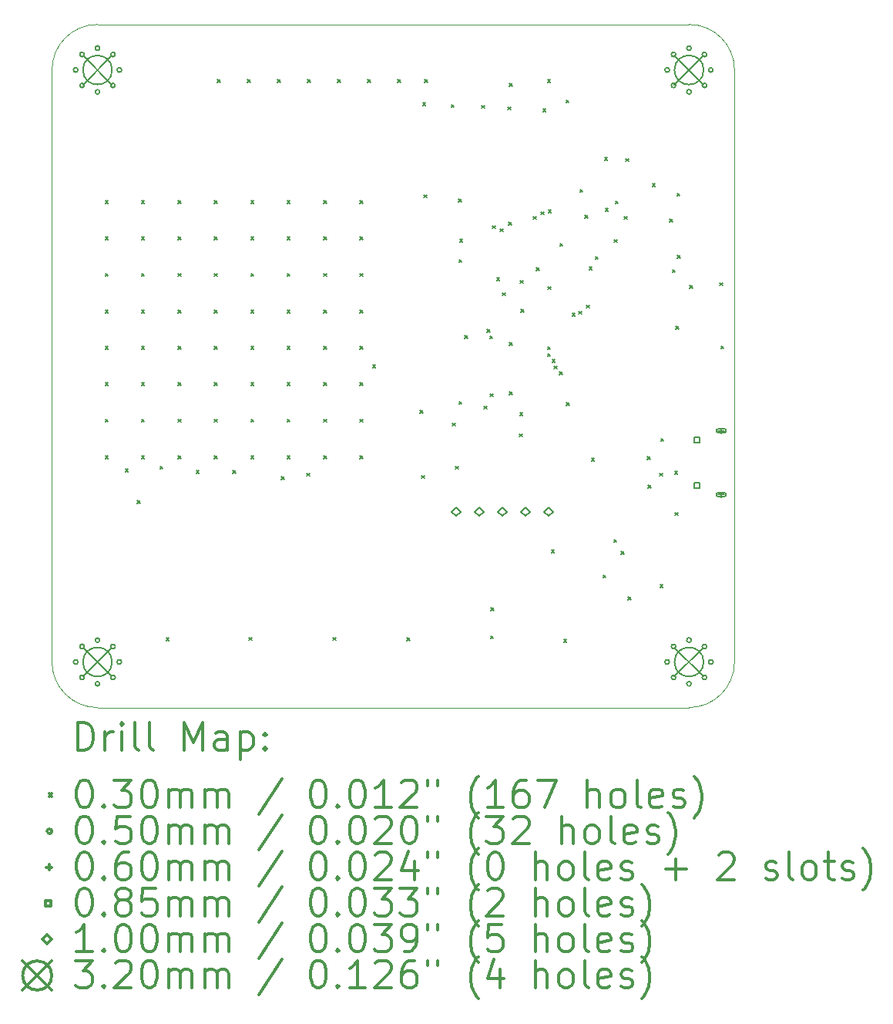
<source format=gbr>
%FSLAX45Y45*%
G04 Gerber Fmt 4.5, Leading zero omitted, Abs format (unit mm)*
G04 Created by KiCad (PCBNEW (5.1.4)-1) date 2020-03-13 16:18:48*
%MOMM*%
%LPD*%
G04 APERTURE LIST*
%ADD10C,0.050000*%
%ADD11C,0.200000*%
%ADD12C,0.300000*%
G04 APERTURE END LIST*
D10*
X10000000Y-10000000D02*
X3500000Y-10000000D01*
X3000000Y-3000000D02*
X3000000Y-9500000D01*
X10000000Y-2500000D02*
X3500000Y-2500000D01*
X10500000Y-9500000D02*
X10500000Y-3000000D01*
X3500000Y-10000000D02*
G75*
G02X3000000Y-9500000I0J500000D01*
G01*
X10500000Y-9500000D02*
G75*
G02X10000000Y-10000000I-500000J0D01*
G01*
X10000000Y-2500000D02*
G75*
G02X10500000Y-3000000I0J-500000D01*
G01*
X3000000Y-3000000D02*
G75*
G02X3500000Y-2500000I500000J0D01*
G01*
D11*
X3584887Y-4434887D02*
X3615113Y-4465113D01*
X3615113Y-4434887D02*
X3584887Y-4465113D01*
X3584887Y-4834887D02*
X3615113Y-4865113D01*
X3615113Y-4834887D02*
X3584887Y-4865113D01*
X3584887Y-5234887D02*
X3615113Y-5265113D01*
X3615113Y-5234887D02*
X3584887Y-5265113D01*
X3584887Y-5634887D02*
X3615113Y-5665113D01*
X3615113Y-5634887D02*
X3584887Y-5665113D01*
X3584887Y-6034887D02*
X3615113Y-6065113D01*
X3615113Y-6034887D02*
X3584887Y-6065113D01*
X3584887Y-6434887D02*
X3615113Y-6465113D01*
X3615113Y-6434887D02*
X3584887Y-6465113D01*
X3584887Y-6834887D02*
X3615113Y-6865113D01*
X3615113Y-6834887D02*
X3584887Y-6865113D01*
X3584887Y-7234887D02*
X3615113Y-7265113D01*
X3615113Y-7234887D02*
X3584887Y-7265113D01*
X3804887Y-7382387D02*
X3835113Y-7412613D01*
X3835113Y-7382387D02*
X3804887Y-7412613D01*
X3939887Y-7729887D02*
X3970113Y-7760113D01*
X3970113Y-7729887D02*
X3939887Y-7760113D01*
X3984887Y-4434887D02*
X4015113Y-4465113D01*
X4015113Y-4434887D02*
X3984887Y-4465113D01*
X3984887Y-4834887D02*
X4015113Y-4865113D01*
X4015113Y-4834887D02*
X3984887Y-4865113D01*
X3984887Y-5234887D02*
X4015113Y-5265113D01*
X4015113Y-5234887D02*
X3984887Y-5265113D01*
X3984887Y-5634887D02*
X4015113Y-5665113D01*
X4015113Y-5634887D02*
X3984887Y-5665113D01*
X3984887Y-6034887D02*
X4015113Y-6065113D01*
X4015113Y-6034887D02*
X3984887Y-6065113D01*
X3984887Y-6434887D02*
X4015113Y-6465113D01*
X4015113Y-6434887D02*
X3984887Y-6465113D01*
X3984887Y-6834887D02*
X4015113Y-6865113D01*
X4015113Y-6834887D02*
X3984887Y-6865113D01*
X3984887Y-7234887D02*
X4015113Y-7265113D01*
X4015113Y-7234887D02*
X3984887Y-7265113D01*
X4187387Y-7352387D02*
X4217613Y-7382613D01*
X4217613Y-7352387D02*
X4187387Y-7382613D01*
X4254887Y-9234887D02*
X4285113Y-9265113D01*
X4285113Y-9234887D02*
X4254887Y-9265113D01*
X4384887Y-4434887D02*
X4415113Y-4465113D01*
X4415113Y-4434887D02*
X4384887Y-4465113D01*
X4384887Y-4834887D02*
X4415113Y-4865113D01*
X4415113Y-4834887D02*
X4384887Y-4865113D01*
X4384887Y-5234887D02*
X4415113Y-5265113D01*
X4415113Y-5234887D02*
X4384887Y-5265113D01*
X4384887Y-5634887D02*
X4415113Y-5665113D01*
X4415113Y-5634887D02*
X4384887Y-5665113D01*
X4384887Y-6034887D02*
X4415113Y-6065113D01*
X4415113Y-6034887D02*
X4384887Y-6065113D01*
X4384887Y-6434887D02*
X4415113Y-6465113D01*
X4415113Y-6434887D02*
X4384887Y-6465113D01*
X4384887Y-6834887D02*
X4415113Y-6865113D01*
X4415113Y-6834887D02*
X4384887Y-6865113D01*
X4384887Y-7234887D02*
X4415113Y-7265113D01*
X4415113Y-7234887D02*
X4384887Y-7265113D01*
X4584887Y-7397387D02*
X4615113Y-7427613D01*
X4615113Y-7397387D02*
X4584887Y-7427613D01*
X4784887Y-4434887D02*
X4815113Y-4465113D01*
X4815113Y-4434887D02*
X4784887Y-4465113D01*
X4784887Y-4834887D02*
X4815113Y-4865113D01*
X4815113Y-4834887D02*
X4784887Y-4865113D01*
X4784887Y-5234887D02*
X4815113Y-5265113D01*
X4815113Y-5234887D02*
X4784887Y-5265113D01*
X4784887Y-5634887D02*
X4815113Y-5665113D01*
X4815113Y-5634887D02*
X4784887Y-5665113D01*
X4784887Y-6034887D02*
X4815113Y-6065113D01*
X4815113Y-6034887D02*
X4784887Y-6065113D01*
X4784887Y-6434887D02*
X4815113Y-6465113D01*
X4815113Y-6434887D02*
X4784887Y-6465113D01*
X4784887Y-6834887D02*
X4815113Y-6865113D01*
X4815113Y-6834887D02*
X4784887Y-6865113D01*
X4784887Y-7234887D02*
X4815113Y-7265113D01*
X4815113Y-7234887D02*
X4784887Y-7265113D01*
X4817176Y-3105598D02*
X4847402Y-3135824D01*
X4847402Y-3105598D02*
X4817176Y-3135824D01*
X4987387Y-7397387D02*
X5017613Y-7427613D01*
X5017613Y-7397387D02*
X4987387Y-7427613D01*
X5147176Y-3105598D02*
X5177402Y-3135824D01*
X5177402Y-3105598D02*
X5147176Y-3135824D01*
X5164887Y-9229887D02*
X5195113Y-9260113D01*
X5195113Y-9229887D02*
X5164887Y-9260113D01*
X5184887Y-4434887D02*
X5215113Y-4465113D01*
X5215113Y-4434887D02*
X5184887Y-4465113D01*
X5184887Y-4834887D02*
X5215113Y-4865113D01*
X5215113Y-4834887D02*
X5184887Y-4865113D01*
X5184887Y-5234887D02*
X5215113Y-5265113D01*
X5215113Y-5234887D02*
X5184887Y-5265113D01*
X5184887Y-5634887D02*
X5215113Y-5665113D01*
X5215113Y-5634887D02*
X5184887Y-5665113D01*
X5184887Y-6034887D02*
X5215113Y-6065113D01*
X5215113Y-6034887D02*
X5184887Y-6065113D01*
X5184887Y-6434887D02*
X5215113Y-6465113D01*
X5215113Y-6434887D02*
X5184887Y-6465113D01*
X5184887Y-6834887D02*
X5215113Y-6865113D01*
X5215113Y-6834887D02*
X5184887Y-6865113D01*
X5184887Y-7234887D02*
X5215113Y-7265113D01*
X5215113Y-7234887D02*
X5184887Y-7265113D01*
X5477176Y-3105598D02*
X5507402Y-3135824D01*
X5507402Y-3105598D02*
X5477176Y-3135824D01*
X5519887Y-7464887D02*
X5550113Y-7495113D01*
X5550113Y-7464887D02*
X5519887Y-7495113D01*
X5584887Y-4434887D02*
X5615113Y-4465113D01*
X5615113Y-4434887D02*
X5584887Y-4465113D01*
X5584887Y-4834887D02*
X5615113Y-4865113D01*
X5615113Y-4834887D02*
X5584887Y-4865113D01*
X5584887Y-5234887D02*
X5615113Y-5265113D01*
X5615113Y-5234887D02*
X5584887Y-5265113D01*
X5584887Y-5634887D02*
X5615113Y-5665113D01*
X5615113Y-5634887D02*
X5584887Y-5665113D01*
X5584887Y-6034887D02*
X5615113Y-6065113D01*
X5615113Y-6034887D02*
X5584887Y-6065113D01*
X5584887Y-6434887D02*
X5615113Y-6465113D01*
X5615113Y-6434887D02*
X5584887Y-6465113D01*
X5584887Y-6834887D02*
X5615113Y-6865113D01*
X5615113Y-6834887D02*
X5584887Y-6865113D01*
X5584887Y-7234887D02*
X5615113Y-7265113D01*
X5615113Y-7234887D02*
X5584887Y-7265113D01*
X5799887Y-7427387D02*
X5830113Y-7457613D01*
X5830113Y-7427387D02*
X5799887Y-7457613D01*
X5807176Y-3105598D02*
X5837402Y-3135824D01*
X5837402Y-3105598D02*
X5807176Y-3135824D01*
X5984887Y-4434887D02*
X6015113Y-4465113D01*
X6015113Y-4434887D02*
X5984887Y-4465113D01*
X5984887Y-4834887D02*
X6015113Y-4865113D01*
X6015113Y-4834887D02*
X5984887Y-4865113D01*
X5984887Y-5234887D02*
X6015113Y-5265113D01*
X6015113Y-5234887D02*
X5984887Y-5265113D01*
X5984887Y-5634887D02*
X6015113Y-5665113D01*
X6015113Y-5634887D02*
X5984887Y-5665113D01*
X5984887Y-6034887D02*
X6015113Y-6065113D01*
X6015113Y-6034887D02*
X5984887Y-6065113D01*
X5984887Y-6434887D02*
X6015113Y-6465113D01*
X6015113Y-6434887D02*
X5984887Y-6465113D01*
X5984887Y-6834887D02*
X6015113Y-6865113D01*
X6015113Y-6834887D02*
X5984887Y-6865113D01*
X5984887Y-7234887D02*
X6015113Y-7265113D01*
X6015113Y-7234887D02*
X5984887Y-7265113D01*
X6089887Y-9232387D02*
X6120113Y-9262613D01*
X6120113Y-9232387D02*
X6089887Y-9262613D01*
X6137176Y-3105598D02*
X6167402Y-3135824D01*
X6167402Y-3105598D02*
X6137176Y-3135824D01*
X6384887Y-4434887D02*
X6415113Y-4465113D01*
X6415113Y-4434887D02*
X6384887Y-4465113D01*
X6384887Y-4834887D02*
X6415113Y-4865113D01*
X6415113Y-4834887D02*
X6384887Y-4865113D01*
X6384887Y-5234887D02*
X6415113Y-5265113D01*
X6415113Y-5234887D02*
X6384887Y-5265113D01*
X6384887Y-5634887D02*
X6415113Y-5665113D01*
X6415113Y-5634887D02*
X6384887Y-5665113D01*
X6384887Y-6034887D02*
X6415113Y-6065113D01*
X6415113Y-6034887D02*
X6384887Y-6065113D01*
X6384887Y-6434887D02*
X6415113Y-6465113D01*
X6415113Y-6434887D02*
X6384887Y-6465113D01*
X6384887Y-6834887D02*
X6415113Y-6865113D01*
X6415113Y-6834887D02*
X6384887Y-6865113D01*
X6384887Y-7234887D02*
X6415113Y-7265113D01*
X6415113Y-7234887D02*
X6384887Y-7265113D01*
X6467176Y-3105598D02*
X6497402Y-3135824D01*
X6497402Y-3105598D02*
X6467176Y-3135824D01*
X6522387Y-6239887D02*
X6552613Y-6270113D01*
X6552613Y-6239887D02*
X6522387Y-6270113D01*
X6797176Y-3105598D02*
X6827402Y-3135824D01*
X6827402Y-3105598D02*
X6797176Y-3135824D01*
X6899887Y-9234887D02*
X6930113Y-9265113D01*
X6930113Y-9234887D02*
X6899887Y-9265113D01*
X7044887Y-6737387D02*
X7075113Y-6767613D01*
X7075113Y-6737387D02*
X7044887Y-6767613D01*
X7062387Y-7452387D02*
X7092613Y-7482613D01*
X7092613Y-7452387D02*
X7062387Y-7482613D01*
X7074887Y-3359887D02*
X7105113Y-3390113D01*
X7105113Y-3359887D02*
X7074887Y-3390113D01*
X7084887Y-4369887D02*
X7115113Y-4400113D01*
X7115113Y-4369887D02*
X7084887Y-4400113D01*
X7097387Y-3104887D02*
X7127613Y-3135113D01*
X7127613Y-3104887D02*
X7097387Y-3135113D01*
X7387387Y-3382387D02*
X7417613Y-3412613D01*
X7417613Y-3382387D02*
X7387387Y-3412613D01*
X7402387Y-6877387D02*
X7432613Y-6907613D01*
X7432613Y-6877387D02*
X7402387Y-6907613D01*
X7432387Y-7349887D02*
X7462613Y-7380113D01*
X7462613Y-7349887D02*
X7432387Y-7380113D01*
X7469887Y-4417387D02*
X7500113Y-4447613D01*
X7500113Y-4417387D02*
X7469887Y-4447613D01*
X7472387Y-5082387D02*
X7502613Y-5112613D01*
X7502613Y-5082387D02*
X7472387Y-5112613D01*
X7472387Y-6639887D02*
X7502613Y-6670113D01*
X7502613Y-6639887D02*
X7472387Y-6670113D01*
X7479887Y-4859887D02*
X7510113Y-4890113D01*
X7510113Y-4859887D02*
X7479887Y-4890113D01*
X7534887Y-5917387D02*
X7565113Y-5947613D01*
X7565113Y-5917387D02*
X7534887Y-5947613D01*
X7719887Y-3389887D02*
X7750113Y-3420113D01*
X7750113Y-3389887D02*
X7719887Y-3420113D01*
X7749887Y-6689887D02*
X7780113Y-6720113D01*
X7780113Y-6689887D02*
X7749887Y-6720113D01*
X7779887Y-5849887D02*
X7810113Y-5880113D01*
X7810113Y-5849887D02*
X7779887Y-5880113D01*
X7811597Y-5921597D02*
X7841823Y-5951823D01*
X7841823Y-5921597D02*
X7811597Y-5951823D01*
X7817387Y-6557387D02*
X7847613Y-6587613D01*
X7847613Y-6557387D02*
X7817387Y-6587613D01*
X7819887Y-9212387D02*
X7850113Y-9242613D01*
X7850113Y-9212387D02*
X7819887Y-9242613D01*
X7824887Y-8904887D02*
X7855113Y-8935113D01*
X7855113Y-8904887D02*
X7824887Y-8935113D01*
X7842387Y-4709887D02*
X7872613Y-4740113D01*
X7872613Y-4709887D02*
X7842387Y-4740113D01*
X7887387Y-5282387D02*
X7917613Y-5312613D01*
X7917613Y-5282387D02*
X7887387Y-5312613D01*
X7924887Y-4744887D02*
X7955113Y-4775113D01*
X7955113Y-4744887D02*
X7924887Y-4775113D01*
X7952387Y-5444887D02*
X7982613Y-5475113D01*
X7982613Y-5444887D02*
X7952387Y-5475113D01*
X8012387Y-3407387D02*
X8042613Y-3437613D01*
X8042613Y-3407387D02*
X8012387Y-3437613D01*
X8017387Y-4669887D02*
X8047613Y-4700113D01*
X8047613Y-4669887D02*
X8017387Y-4700113D01*
X8024887Y-6534887D02*
X8055113Y-6565113D01*
X8055113Y-6534887D02*
X8024887Y-6565113D01*
X8026017Y-5991017D02*
X8056243Y-6021243D01*
X8056243Y-5991017D02*
X8026017Y-6021243D01*
X8026998Y-3147776D02*
X8057224Y-3178002D01*
X8057224Y-3147776D02*
X8026998Y-3178002D01*
X8137387Y-6997387D02*
X8167613Y-7027613D01*
X8167613Y-6997387D02*
X8137387Y-7027613D01*
X8142387Y-6764887D02*
X8172613Y-6795113D01*
X8172613Y-6764887D02*
X8142387Y-6795113D01*
X8147387Y-5309887D02*
X8177613Y-5340113D01*
X8177613Y-5309887D02*
X8147387Y-5340113D01*
X8154887Y-5627387D02*
X8185113Y-5657613D01*
X8185113Y-5627387D02*
X8154887Y-5657613D01*
X8289887Y-4607387D02*
X8320113Y-4637613D01*
X8320113Y-4607387D02*
X8289887Y-4637613D01*
X8322387Y-5172387D02*
X8352613Y-5202613D01*
X8352613Y-5172387D02*
X8322387Y-5202613D01*
X8374887Y-4557387D02*
X8405113Y-4587613D01*
X8405113Y-4557387D02*
X8374887Y-4587613D01*
X8394887Y-3424887D02*
X8425113Y-3455113D01*
X8425113Y-3424887D02*
X8394887Y-3455113D01*
X8447176Y-3105598D02*
X8477402Y-3135824D01*
X8477402Y-3105598D02*
X8447176Y-3135824D01*
X8447387Y-6037387D02*
X8477613Y-6067613D01*
X8477613Y-6037387D02*
X8447387Y-6067613D01*
X8447387Y-6114887D02*
X8477613Y-6145113D01*
X8477613Y-6114887D02*
X8447387Y-6145113D01*
X8452387Y-5379887D02*
X8482613Y-5410113D01*
X8482613Y-5379887D02*
X8452387Y-5410113D01*
X8454887Y-4534887D02*
X8485113Y-4565113D01*
X8485113Y-4534887D02*
X8454887Y-4565113D01*
X8489887Y-8269887D02*
X8520113Y-8300113D01*
X8520113Y-8269887D02*
X8489887Y-8300113D01*
X8497387Y-6177387D02*
X8527613Y-6207613D01*
X8527613Y-6177387D02*
X8497387Y-6207613D01*
X8519887Y-6252387D02*
X8550113Y-6282613D01*
X8550113Y-6252387D02*
X8519887Y-6282613D01*
X8574887Y-6312387D02*
X8605113Y-6342613D01*
X8605113Y-6312387D02*
X8574887Y-6342613D01*
X8579887Y-4904887D02*
X8610113Y-4935113D01*
X8610113Y-4904887D02*
X8579887Y-4935113D01*
X8622387Y-9249887D02*
X8652613Y-9280113D01*
X8652613Y-9249887D02*
X8622387Y-9280113D01*
X8649887Y-3329887D02*
X8680113Y-3360113D01*
X8680113Y-3329887D02*
X8649887Y-3360113D01*
X8652387Y-6654887D02*
X8682613Y-6685113D01*
X8682613Y-6654887D02*
X8652387Y-6685113D01*
X8717387Y-5672387D02*
X8747613Y-5702613D01*
X8747613Y-5672387D02*
X8717387Y-5702613D01*
X8789887Y-5649887D02*
X8820113Y-5680113D01*
X8820113Y-5649887D02*
X8789887Y-5680113D01*
X8799887Y-4312387D02*
X8830113Y-4342613D01*
X8830113Y-4312387D02*
X8799887Y-4342613D01*
X8857387Y-4594887D02*
X8887613Y-4625113D01*
X8887613Y-4594887D02*
X8857387Y-4625113D01*
X8874887Y-5582387D02*
X8905113Y-5612613D01*
X8905113Y-5582387D02*
X8874887Y-5612613D01*
X8904887Y-5164887D02*
X8935113Y-5195113D01*
X8935113Y-5164887D02*
X8904887Y-5195113D01*
X8927387Y-7264887D02*
X8957613Y-7295113D01*
X8957613Y-7264887D02*
X8927387Y-7295113D01*
X8969887Y-5049887D02*
X9000113Y-5080113D01*
X9000113Y-5049887D02*
X8969887Y-5080113D01*
X9057387Y-8544887D02*
X9087613Y-8575113D01*
X9087613Y-8544887D02*
X9057387Y-8575113D01*
X9073930Y-3960844D02*
X9104156Y-3991070D01*
X9104156Y-3960844D02*
X9073930Y-3991070D01*
X9082387Y-4519887D02*
X9112613Y-4550113D01*
X9112613Y-4519887D02*
X9082387Y-4550113D01*
X9172387Y-8157387D02*
X9202613Y-8187613D01*
X9202613Y-8157387D02*
X9172387Y-8187613D01*
X9177387Y-4862387D02*
X9207613Y-4892613D01*
X9207613Y-4862387D02*
X9177387Y-4892613D01*
X9189887Y-4439887D02*
X9220113Y-4470113D01*
X9220113Y-4439887D02*
X9189887Y-4470113D01*
X9254887Y-8284887D02*
X9285113Y-8315113D01*
X9285113Y-8284887D02*
X9254887Y-8315113D01*
X9289887Y-4609887D02*
X9320113Y-4640113D01*
X9320113Y-4609887D02*
X9289887Y-4640113D01*
X9304887Y-3974887D02*
X9335113Y-4005113D01*
X9335113Y-3974887D02*
X9304887Y-4005113D01*
X9329887Y-8787387D02*
X9360113Y-8817613D01*
X9360113Y-8787387D02*
X9329887Y-8817613D01*
X9542387Y-7244887D02*
X9572613Y-7275113D01*
X9572613Y-7244887D02*
X9542387Y-7275113D01*
X9549887Y-7559887D02*
X9580113Y-7590113D01*
X9580113Y-7559887D02*
X9549887Y-7590113D01*
X9597387Y-4249887D02*
X9627613Y-4280113D01*
X9627613Y-4249887D02*
X9597387Y-4280113D01*
X9677200Y-7427200D02*
X9707426Y-7457426D01*
X9707426Y-7427200D02*
X9677200Y-7457426D01*
X9682387Y-8652387D02*
X9712613Y-8682613D01*
X9712613Y-8652387D02*
X9682387Y-8682613D01*
X9689887Y-7044887D02*
X9720113Y-7075113D01*
X9720113Y-7044887D02*
X9689887Y-7075113D01*
X9789887Y-4639887D02*
X9820113Y-4670113D01*
X9820113Y-4639887D02*
X9789887Y-4670113D01*
X9817387Y-5192387D02*
X9847613Y-5222613D01*
X9847613Y-5192387D02*
X9817387Y-5222613D01*
X9842387Y-7407387D02*
X9872613Y-7437613D01*
X9872613Y-7407387D02*
X9842387Y-7437613D01*
X9844887Y-7859887D02*
X9875113Y-7890113D01*
X9875113Y-7859887D02*
X9844887Y-7890113D01*
X9855250Y-5817024D02*
X9885476Y-5847250D01*
X9885476Y-5817024D02*
X9855250Y-5847250D01*
X9867387Y-4354887D02*
X9897613Y-4385113D01*
X9897613Y-4354887D02*
X9867387Y-4385113D01*
X9872387Y-5034887D02*
X9902613Y-5065113D01*
X9902613Y-5034887D02*
X9872387Y-5065113D01*
X10009887Y-5367387D02*
X10040113Y-5397613D01*
X10040113Y-5367387D02*
X10009887Y-5397613D01*
X10339887Y-5337387D02*
X10370113Y-5367613D01*
X10370113Y-5337387D02*
X10339887Y-5367613D01*
X10349887Y-6029887D02*
X10380113Y-6060113D01*
X10380113Y-6029887D02*
X10349887Y-6060113D01*
X3285000Y-3000000D02*
G75*
G03X3285000Y-3000000I-25000J0D01*
G01*
X3355294Y-2830294D02*
G75*
G03X3355294Y-2830294I-25000J0D01*
G01*
X3355294Y-3169706D02*
G75*
G03X3355294Y-3169706I-25000J0D01*
G01*
X3525000Y-2760000D02*
G75*
G03X3525000Y-2760000I-25000J0D01*
G01*
X3525000Y-3240000D02*
G75*
G03X3525000Y-3240000I-25000J0D01*
G01*
X3694706Y-2830294D02*
G75*
G03X3694706Y-2830294I-25000J0D01*
G01*
X3694706Y-3169706D02*
G75*
G03X3694706Y-3169706I-25000J0D01*
G01*
X3765000Y-3000000D02*
G75*
G03X3765000Y-3000000I-25000J0D01*
G01*
X3285000Y-9500000D02*
G75*
G03X3285000Y-9500000I-25000J0D01*
G01*
X3355294Y-9330294D02*
G75*
G03X3355294Y-9330294I-25000J0D01*
G01*
X3355294Y-9669706D02*
G75*
G03X3355294Y-9669706I-25000J0D01*
G01*
X3525000Y-9260000D02*
G75*
G03X3525000Y-9260000I-25000J0D01*
G01*
X3525000Y-9740000D02*
G75*
G03X3525000Y-9740000I-25000J0D01*
G01*
X3694706Y-9330294D02*
G75*
G03X3694706Y-9330294I-25000J0D01*
G01*
X3694706Y-9669706D02*
G75*
G03X3694706Y-9669706I-25000J0D01*
G01*
X3765000Y-9500000D02*
G75*
G03X3765000Y-9500000I-25000J0D01*
G01*
X9785000Y-3000000D02*
G75*
G03X9785000Y-3000000I-25000J0D01*
G01*
X9855294Y-2830294D02*
G75*
G03X9855294Y-2830294I-25000J0D01*
G01*
X9855294Y-3169706D02*
G75*
G03X9855294Y-3169706I-25000J0D01*
G01*
X10025000Y-2760000D02*
G75*
G03X10025000Y-2760000I-25000J0D01*
G01*
X10025000Y-3240000D02*
G75*
G03X10025000Y-3240000I-25000J0D01*
G01*
X10194706Y-2830294D02*
G75*
G03X10194706Y-2830294I-25000J0D01*
G01*
X10194706Y-3169706D02*
G75*
G03X10194706Y-3169706I-25000J0D01*
G01*
X10265000Y-3000000D02*
G75*
G03X10265000Y-3000000I-25000J0D01*
G01*
X9785000Y-9500000D02*
G75*
G03X9785000Y-9500000I-25000J0D01*
G01*
X9855294Y-9330294D02*
G75*
G03X9855294Y-9330294I-25000J0D01*
G01*
X9855294Y-9669706D02*
G75*
G03X9855294Y-9669706I-25000J0D01*
G01*
X10025000Y-9260000D02*
G75*
G03X10025000Y-9260000I-25000J0D01*
G01*
X10025000Y-9740000D02*
G75*
G03X10025000Y-9740000I-25000J0D01*
G01*
X10194706Y-9330294D02*
G75*
G03X10194706Y-9330294I-25000J0D01*
G01*
X10194706Y-9669706D02*
G75*
G03X10194706Y-9669706I-25000J0D01*
G01*
X10265000Y-9500000D02*
G75*
G03X10265000Y-9500000I-25000J0D01*
G01*
X10353750Y-6932000D02*
X10353750Y-6992000D01*
X10323750Y-6962000D02*
X10383750Y-6962000D01*
X10318750Y-6982000D02*
X10388750Y-6982000D01*
X10318750Y-6942000D02*
X10388750Y-6942000D01*
X10388750Y-6982000D02*
G75*
G03X10388750Y-6942000I0J20000D01*
G01*
X10318750Y-6942000D02*
G75*
G03X10318750Y-6982000I0J-20000D01*
G01*
X10353750Y-7632000D02*
X10353750Y-7692000D01*
X10323750Y-7662000D02*
X10383750Y-7662000D01*
X10388750Y-7642000D02*
X10318750Y-7642000D01*
X10388750Y-7682000D02*
X10318750Y-7682000D01*
X10318750Y-7642000D02*
G75*
G03X10318750Y-7682000I0J-20000D01*
G01*
X10388750Y-7682000D02*
G75*
G03X10388750Y-7642000I0J20000D01*
G01*
X10113802Y-7092052D02*
X10113802Y-7031948D01*
X10053698Y-7031948D01*
X10053698Y-7092052D01*
X10113802Y-7092052D01*
X10113802Y-7592052D02*
X10113802Y-7531948D01*
X10053698Y-7531948D01*
X10053698Y-7592052D01*
X10113802Y-7592052D01*
X7438000Y-7900000D02*
X7488000Y-7850000D01*
X7438000Y-7800000D01*
X7388000Y-7850000D01*
X7438000Y-7900000D01*
X7692000Y-7900000D02*
X7742000Y-7850000D01*
X7692000Y-7800000D01*
X7642000Y-7850000D01*
X7692000Y-7900000D01*
X7946000Y-7900000D02*
X7996000Y-7850000D01*
X7946000Y-7800000D01*
X7896000Y-7850000D01*
X7946000Y-7900000D01*
X8200000Y-7900000D02*
X8250000Y-7850000D01*
X8200000Y-7800000D01*
X8150000Y-7850000D01*
X8200000Y-7900000D01*
X8454000Y-7900000D02*
X8504000Y-7850000D01*
X8454000Y-7800000D01*
X8404000Y-7850000D01*
X8454000Y-7900000D01*
X3340000Y-2840000D02*
X3660000Y-3160000D01*
X3660000Y-2840000D02*
X3340000Y-3160000D01*
X3660000Y-3000000D02*
G75*
G03X3660000Y-3000000I-160000J0D01*
G01*
X3340000Y-9340000D02*
X3660000Y-9660000D01*
X3660000Y-9340000D02*
X3340000Y-9660000D01*
X3660000Y-9500000D02*
G75*
G03X3660000Y-9500000I-160000J0D01*
G01*
X9840000Y-2840000D02*
X10160000Y-3160000D01*
X10160000Y-2840000D02*
X9840000Y-3160000D01*
X10160000Y-3000000D02*
G75*
G03X10160000Y-3000000I-160000J0D01*
G01*
X9840000Y-9340000D02*
X10160000Y-9660000D01*
X10160000Y-9340000D02*
X9840000Y-9660000D01*
X10160000Y-9500000D02*
G75*
G03X10160000Y-9500000I-160000J0D01*
G01*
D12*
X3283928Y-10468214D02*
X3283928Y-10168214D01*
X3355357Y-10168214D01*
X3398214Y-10182500D01*
X3426786Y-10211072D01*
X3441071Y-10239643D01*
X3455357Y-10296786D01*
X3455357Y-10339643D01*
X3441071Y-10396786D01*
X3426786Y-10425357D01*
X3398214Y-10453929D01*
X3355357Y-10468214D01*
X3283928Y-10468214D01*
X3583928Y-10468214D02*
X3583928Y-10268214D01*
X3583928Y-10325357D02*
X3598214Y-10296786D01*
X3612500Y-10282500D01*
X3641071Y-10268214D01*
X3669643Y-10268214D01*
X3769643Y-10468214D02*
X3769643Y-10268214D01*
X3769643Y-10168214D02*
X3755357Y-10182500D01*
X3769643Y-10196786D01*
X3783928Y-10182500D01*
X3769643Y-10168214D01*
X3769643Y-10196786D01*
X3955357Y-10468214D02*
X3926786Y-10453929D01*
X3912500Y-10425357D01*
X3912500Y-10168214D01*
X4112500Y-10468214D02*
X4083928Y-10453929D01*
X4069643Y-10425357D01*
X4069643Y-10168214D01*
X4455357Y-10468214D02*
X4455357Y-10168214D01*
X4555357Y-10382500D01*
X4655357Y-10168214D01*
X4655357Y-10468214D01*
X4926786Y-10468214D02*
X4926786Y-10311072D01*
X4912500Y-10282500D01*
X4883928Y-10268214D01*
X4826786Y-10268214D01*
X4798214Y-10282500D01*
X4926786Y-10453929D02*
X4898214Y-10468214D01*
X4826786Y-10468214D01*
X4798214Y-10453929D01*
X4783928Y-10425357D01*
X4783928Y-10396786D01*
X4798214Y-10368214D01*
X4826786Y-10353929D01*
X4898214Y-10353929D01*
X4926786Y-10339643D01*
X5069643Y-10268214D02*
X5069643Y-10568214D01*
X5069643Y-10282500D02*
X5098214Y-10268214D01*
X5155357Y-10268214D01*
X5183928Y-10282500D01*
X5198214Y-10296786D01*
X5212500Y-10325357D01*
X5212500Y-10411072D01*
X5198214Y-10439643D01*
X5183928Y-10453929D01*
X5155357Y-10468214D01*
X5098214Y-10468214D01*
X5069643Y-10453929D01*
X5341071Y-10439643D02*
X5355357Y-10453929D01*
X5341071Y-10468214D01*
X5326786Y-10453929D01*
X5341071Y-10439643D01*
X5341071Y-10468214D01*
X5341071Y-10282500D02*
X5355357Y-10296786D01*
X5341071Y-10311072D01*
X5326786Y-10296786D01*
X5341071Y-10282500D01*
X5341071Y-10311072D01*
X2967274Y-10947387D02*
X2997500Y-10977613D01*
X2997500Y-10947387D02*
X2967274Y-10977613D01*
X3341071Y-10798214D02*
X3369643Y-10798214D01*
X3398214Y-10812500D01*
X3412500Y-10826786D01*
X3426786Y-10855357D01*
X3441071Y-10912500D01*
X3441071Y-10983929D01*
X3426786Y-11041072D01*
X3412500Y-11069643D01*
X3398214Y-11083929D01*
X3369643Y-11098214D01*
X3341071Y-11098214D01*
X3312500Y-11083929D01*
X3298214Y-11069643D01*
X3283928Y-11041072D01*
X3269643Y-10983929D01*
X3269643Y-10912500D01*
X3283928Y-10855357D01*
X3298214Y-10826786D01*
X3312500Y-10812500D01*
X3341071Y-10798214D01*
X3569643Y-11069643D02*
X3583928Y-11083929D01*
X3569643Y-11098214D01*
X3555357Y-11083929D01*
X3569643Y-11069643D01*
X3569643Y-11098214D01*
X3683928Y-10798214D02*
X3869643Y-10798214D01*
X3769643Y-10912500D01*
X3812500Y-10912500D01*
X3841071Y-10926786D01*
X3855357Y-10941072D01*
X3869643Y-10969643D01*
X3869643Y-11041072D01*
X3855357Y-11069643D01*
X3841071Y-11083929D01*
X3812500Y-11098214D01*
X3726786Y-11098214D01*
X3698214Y-11083929D01*
X3683928Y-11069643D01*
X4055357Y-10798214D02*
X4083928Y-10798214D01*
X4112500Y-10812500D01*
X4126786Y-10826786D01*
X4141071Y-10855357D01*
X4155357Y-10912500D01*
X4155357Y-10983929D01*
X4141071Y-11041072D01*
X4126786Y-11069643D01*
X4112500Y-11083929D01*
X4083928Y-11098214D01*
X4055357Y-11098214D01*
X4026786Y-11083929D01*
X4012500Y-11069643D01*
X3998214Y-11041072D01*
X3983928Y-10983929D01*
X3983928Y-10912500D01*
X3998214Y-10855357D01*
X4012500Y-10826786D01*
X4026786Y-10812500D01*
X4055357Y-10798214D01*
X4283928Y-11098214D02*
X4283928Y-10898214D01*
X4283928Y-10926786D02*
X4298214Y-10912500D01*
X4326786Y-10898214D01*
X4369643Y-10898214D01*
X4398214Y-10912500D01*
X4412500Y-10941072D01*
X4412500Y-11098214D01*
X4412500Y-10941072D02*
X4426786Y-10912500D01*
X4455357Y-10898214D01*
X4498214Y-10898214D01*
X4526786Y-10912500D01*
X4541071Y-10941072D01*
X4541071Y-11098214D01*
X4683928Y-11098214D02*
X4683928Y-10898214D01*
X4683928Y-10926786D02*
X4698214Y-10912500D01*
X4726786Y-10898214D01*
X4769643Y-10898214D01*
X4798214Y-10912500D01*
X4812500Y-10941072D01*
X4812500Y-11098214D01*
X4812500Y-10941072D02*
X4826786Y-10912500D01*
X4855357Y-10898214D01*
X4898214Y-10898214D01*
X4926786Y-10912500D01*
X4941071Y-10941072D01*
X4941071Y-11098214D01*
X5526786Y-10783929D02*
X5269643Y-11169643D01*
X5912500Y-10798214D02*
X5941071Y-10798214D01*
X5969643Y-10812500D01*
X5983928Y-10826786D01*
X5998214Y-10855357D01*
X6012500Y-10912500D01*
X6012500Y-10983929D01*
X5998214Y-11041072D01*
X5983928Y-11069643D01*
X5969643Y-11083929D01*
X5941071Y-11098214D01*
X5912500Y-11098214D01*
X5883928Y-11083929D01*
X5869643Y-11069643D01*
X5855357Y-11041072D01*
X5841071Y-10983929D01*
X5841071Y-10912500D01*
X5855357Y-10855357D01*
X5869643Y-10826786D01*
X5883928Y-10812500D01*
X5912500Y-10798214D01*
X6141071Y-11069643D02*
X6155357Y-11083929D01*
X6141071Y-11098214D01*
X6126786Y-11083929D01*
X6141071Y-11069643D01*
X6141071Y-11098214D01*
X6341071Y-10798214D02*
X6369643Y-10798214D01*
X6398214Y-10812500D01*
X6412500Y-10826786D01*
X6426786Y-10855357D01*
X6441071Y-10912500D01*
X6441071Y-10983929D01*
X6426786Y-11041072D01*
X6412500Y-11069643D01*
X6398214Y-11083929D01*
X6369643Y-11098214D01*
X6341071Y-11098214D01*
X6312500Y-11083929D01*
X6298214Y-11069643D01*
X6283928Y-11041072D01*
X6269643Y-10983929D01*
X6269643Y-10912500D01*
X6283928Y-10855357D01*
X6298214Y-10826786D01*
X6312500Y-10812500D01*
X6341071Y-10798214D01*
X6726786Y-11098214D02*
X6555357Y-11098214D01*
X6641071Y-11098214D02*
X6641071Y-10798214D01*
X6612500Y-10841072D01*
X6583928Y-10869643D01*
X6555357Y-10883929D01*
X6841071Y-10826786D02*
X6855357Y-10812500D01*
X6883928Y-10798214D01*
X6955357Y-10798214D01*
X6983928Y-10812500D01*
X6998214Y-10826786D01*
X7012500Y-10855357D01*
X7012500Y-10883929D01*
X6998214Y-10926786D01*
X6826786Y-11098214D01*
X7012500Y-11098214D01*
X7126786Y-10798214D02*
X7126786Y-10855357D01*
X7241071Y-10798214D02*
X7241071Y-10855357D01*
X7683928Y-11212500D02*
X7669643Y-11198214D01*
X7641071Y-11155357D01*
X7626786Y-11126786D01*
X7612500Y-11083929D01*
X7598214Y-11012500D01*
X7598214Y-10955357D01*
X7612500Y-10883929D01*
X7626786Y-10841072D01*
X7641071Y-10812500D01*
X7669643Y-10769643D01*
X7683928Y-10755357D01*
X7955357Y-11098214D02*
X7783928Y-11098214D01*
X7869643Y-11098214D02*
X7869643Y-10798214D01*
X7841071Y-10841072D01*
X7812500Y-10869643D01*
X7783928Y-10883929D01*
X8212500Y-10798214D02*
X8155357Y-10798214D01*
X8126786Y-10812500D01*
X8112500Y-10826786D01*
X8083928Y-10869643D01*
X8069643Y-10926786D01*
X8069643Y-11041072D01*
X8083928Y-11069643D01*
X8098214Y-11083929D01*
X8126786Y-11098214D01*
X8183928Y-11098214D01*
X8212500Y-11083929D01*
X8226786Y-11069643D01*
X8241071Y-11041072D01*
X8241071Y-10969643D01*
X8226786Y-10941072D01*
X8212500Y-10926786D01*
X8183928Y-10912500D01*
X8126786Y-10912500D01*
X8098214Y-10926786D01*
X8083928Y-10941072D01*
X8069643Y-10969643D01*
X8341071Y-10798214D02*
X8541071Y-10798214D01*
X8412500Y-11098214D01*
X8883928Y-11098214D02*
X8883928Y-10798214D01*
X9012500Y-11098214D02*
X9012500Y-10941072D01*
X8998214Y-10912500D01*
X8969643Y-10898214D01*
X8926786Y-10898214D01*
X8898214Y-10912500D01*
X8883928Y-10926786D01*
X9198214Y-11098214D02*
X9169643Y-11083929D01*
X9155357Y-11069643D01*
X9141071Y-11041072D01*
X9141071Y-10955357D01*
X9155357Y-10926786D01*
X9169643Y-10912500D01*
X9198214Y-10898214D01*
X9241071Y-10898214D01*
X9269643Y-10912500D01*
X9283928Y-10926786D01*
X9298214Y-10955357D01*
X9298214Y-11041072D01*
X9283928Y-11069643D01*
X9269643Y-11083929D01*
X9241071Y-11098214D01*
X9198214Y-11098214D01*
X9469643Y-11098214D02*
X9441071Y-11083929D01*
X9426786Y-11055357D01*
X9426786Y-10798214D01*
X9698214Y-11083929D02*
X9669643Y-11098214D01*
X9612500Y-11098214D01*
X9583928Y-11083929D01*
X9569643Y-11055357D01*
X9569643Y-10941072D01*
X9583928Y-10912500D01*
X9612500Y-10898214D01*
X9669643Y-10898214D01*
X9698214Y-10912500D01*
X9712500Y-10941072D01*
X9712500Y-10969643D01*
X9569643Y-10998214D01*
X9826786Y-11083929D02*
X9855357Y-11098214D01*
X9912500Y-11098214D01*
X9941071Y-11083929D01*
X9955357Y-11055357D01*
X9955357Y-11041072D01*
X9941071Y-11012500D01*
X9912500Y-10998214D01*
X9869643Y-10998214D01*
X9841071Y-10983929D01*
X9826786Y-10955357D01*
X9826786Y-10941072D01*
X9841071Y-10912500D01*
X9869643Y-10898214D01*
X9912500Y-10898214D01*
X9941071Y-10912500D01*
X10055357Y-11212500D02*
X10069643Y-11198214D01*
X10098214Y-11155357D01*
X10112500Y-11126786D01*
X10126786Y-11083929D01*
X10141071Y-11012500D01*
X10141071Y-10955357D01*
X10126786Y-10883929D01*
X10112500Y-10841072D01*
X10098214Y-10812500D01*
X10069643Y-10769643D01*
X10055357Y-10755357D01*
X2997500Y-11358500D02*
G75*
G03X2997500Y-11358500I-25000J0D01*
G01*
X3341071Y-11194214D02*
X3369643Y-11194214D01*
X3398214Y-11208500D01*
X3412500Y-11222786D01*
X3426786Y-11251357D01*
X3441071Y-11308500D01*
X3441071Y-11379929D01*
X3426786Y-11437071D01*
X3412500Y-11465643D01*
X3398214Y-11479929D01*
X3369643Y-11494214D01*
X3341071Y-11494214D01*
X3312500Y-11479929D01*
X3298214Y-11465643D01*
X3283928Y-11437071D01*
X3269643Y-11379929D01*
X3269643Y-11308500D01*
X3283928Y-11251357D01*
X3298214Y-11222786D01*
X3312500Y-11208500D01*
X3341071Y-11194214D01*
X3569643Y-11465643D02*
X3583928Y-11479929D01*
X3569643Y-11494214D01*
X3555357Y-11479929D01*
X3569643Y-11465643D01*
X3569643Y-11494214D01*
X3855357Y-11194214D02*
X3712500Y-11194214D01*
X3698214Y-11337071D01*
X3712500Y-11322786D01*
X3741071Y-11308500D01*
X3812500Y-11308500D01*
X3841071Y-11322786D01*
X3855357Y-11337071D01*
X3869643Y-11365643D01*
X3869643Y-11437071D01*
X3855357Y-11465643D01*
X3841071Y-11479929D01*
X3812500Y-11494214D01*
X3741071Y-11494214D01*
X3712500Y-11479929D01*
X3698214Y-11465643D01*
X4055357Y-11194214D02*
X4083928Y-11194214D01*
X4112500Y-11208500D01*
X4126786Y-11222786D01*
X4141071Y-11251357D01*
X4155357Y-11308500D01*
X4155357Y-11379929D01*
X4141071Y-11437071D01*
X4126786Y-11465643D01*
X4112500Y-11479929D01*
X4083928Y-11494214D01*
X4055357Y-11494214D01*
X4026786Y-11479929D01*
X4012500Y-11465643D01*
X3998214Y-11437071D01*
X3983928Y-11379929D01*
X3983928Y-11308500D01*
X3998214Y-11251357D01*
X4012500Y-11222786D01*
X4026786Y-11208500D01*
X4055357Y-11194214D01*
X4283928Y-11494214D02*
X4283928Y-11294214D01*
X4283928Y-11322786D02*
X4298214Y-11308500D01*
X4326786Y-11294214D01*
X4369643Y-11294214D01*
X4398214Y-11308500D01*
X4412500Y-11337071D01*
X4412500Y-11494214D01*
X4412500Y-11337071D02*
X4426786Y-11308500D01*
X4455357Y-11294214D01*
X4498214Y-11294214D01*
X4526786Y-11308500D01*
X4541071Y-11337071D01*
X4541071Y-11494214D01*
X4683928Y-11494214D02*
X4683928Y-11294214D01*
X4683928Y-11322786D02*
X4698214Y-11308500D01*
X4726786Y-11294214D01*
X4769643Y-11294214D01*
X4798214Y-11308500D01*
X4812500Y-11337071D01*
X4812500Y-11494214D01*
X4812500Y-11337071D02*
X4826786Y-11308500D01*
X4855357Y-11294214D01*
X4898214Y-11294214D01*
X4926786Y-11308500D01*
X4941071Y-11337071D01*
X4941071Y-11494214D01*
X5526786Y-11179929D02*
X5269643Y-11565643D01*
X5912500Y-11194214D02*
X5941071Y-11194214D01*
X5969643Y-11208500D01*
X5983928Y-11222786D01*
X5998214Y-11251357D01*
X6012500Y-11308500D01*
X6012500Y-11379929D01*
X5998214Y-11437071D01*
X5983928Y-11465643D01*
X5969643Y-11479929D01*
X5941071Y-11494214D01*
X5912500Y-11494214D01*
X5883928Y-11479929D01*
X5869643Y-11465643D01*
X5855357Y-11437071D01*
X5841071Y-11379929D01*
X5841071Y-11308500D01*
X5855357Y-11251357D01*
X5869643Y-11222786D01*
X5883928Y-11208500D01*
X5912500Y-11194214D01*
X6141071Y-11465643D02*
X6155357Y-11479929D01*
X6141071Y-11494214D01*
X6126786Y-11479929D01*
X6141071Y-11465643D01*
X6141071Y-11494214D01*
X6341071Y-11194214D02*
X6369643Y-11194214D01*
X6398214Y-11208500D01*
X6412500Y-11222786D01*
X6426786Y-11251357D01*
X6441071Y-11308500D01*
X6441071Y-11379929D01*
X6426786Y-11437071D01*
X6412500Y-11465643D01*
X6398214Y-11479929D01*
X6369643Y-11494214D01*
X6341071Y-11494214D01*
X6312500Y-11479929D01*
X6298214Y-11465643D01*
X6283928Y-11437071D01*
X6269643Y-11379929D01*
X6269643Y-11308500D01*
X6283928Y-11251357D01*
X6298214Y-11222786D01*
X6312500Y-11208500D01*
X6341071Y-11194214D01*
X6555357Y-11222786D02*
X6569643Y-11208500D01*
X6598214Y-11194214D01*
X6669643Y-11194214D01*
X6698214Y-11208500D01*
X6712500Y-11222786D01*
X6726786Y-11251357D01*
X6726786Y-11279929D01*
X6712500Y-11322786D01*
X6541071Y-11494214D01*
X6726786Y-11494214D01*
X6912500Y-11194214D02*
X6941071Y-11194214D01*
X6969643Y-11208500D01*
X6983928Y-11222786D01*
X6998214Y-11251357D01*
X7012500Y-11308500D01*
X7012500Y-11379929D01*
X6998214Y-11437071D01*
X6983928Y-11465643D01*
X6969643Y-11479929D01*
X6941071Y-11494214D01*
X6912500Y-11494214D01*
X6883928Y-11479929D01*
X6869643Y-11465643D01*
X6855357Y-11437071D01*
X6841071Y-11379929D01*
X6841071Y-11308500D01*
X6855357Y-11251357D01*
X6869643Y-11222786D01*
X6883928Y-11208500D01*
X6912500Y-11194214D01*
X7126786Y-11194214D02*
X7126786Y-11251357D01*
X7241071Y-11194214D02*
X7241071Y-11251357D01*
X7683928Y-11608500D02*
X7669643Y-11594214D01*
X7641071Y-11551357D01*
X7626786Y-11522786D01*
X7612500Y-11479929D01*
X7598214Y-11408500D01*
X7598214Y-11351357D01*
X7612500Y-11279929D01*
X7626786Y-11237071D01*
X7641071Y-11208500D01*
X7669643Y-11165643D01*
X7683928Y-11151357D01*
X7769643Y-11194214D02*
X7955357Y-11194214D01*
X7855357Y-11308500D01*
X7898214Y-11308500D01*
X7926786Y-11322786D01*
X7941071Y-11337071D01*
X7955357Y-11365643D01*
X7955357Y-11437071D01*
X7941071Y-11465643D01*
X7926786Y-11479929D01*
X7898214Y-11494214D01*
X7812500Y-11494214D01*
X7783928Y-11479929D01*
X7769643Y-11465643D01*
X8069643Y-11222786D02*
X8083928Y-11208500D01*
X8112500Y-11194214D01*
X8183928Y-11194214D01*
X8212500Y-11208500D01*
X8226786Y-11222786D01*
X8241071Y-11251357D01*
X8241071Y-11279929D01*
X8226786Y-11322786D01*
X8055357Y-11494214D01*
X8241071Y-11494214D01*
X8598214Y-11494214D02*
X8598214Y-11194214D01*
X8726786Y-11494214D02*
X8726786Y-11337071D01*
X8712500Y-11308500D01*
X8683928Y-11294214D01*
X8641071Y-11294214D01*
X8612500Y-11308500D01*
X8598214Y-11322786D01*
X8912500Y-11494214D02*
X8883928Y-11479929D01*
X8869643Y-11465643D01*
X8855357Y-11437071D01*
X8855357Y-11351357D01*
X8869643Y-11322786D01*
X8883928Y-11308500D01*
X8912500Y-11294214D01*
X8955357Y-11294214D01*
X8983928Y-11308500D01*
X8998214Y-11322786D01*
X9012500Y-11351357D01*
X9012500Y-11437071D01*
X8998214Y-11465643D01*
X8983928Y-11479929D01*
X8955357Y-11494214D01*
X8912500Y-11494214D01*
X9183928Y-11494214D02*
X9155357Y-11479929D01*
X9141071Y-11451357D01*
X9141071Y-11194214D01*
X9412500Y-11479929D02*
X9383928Y-11494214D01*
X9326786Y-11494214D01*
X9298214Y-11479929D01*
X9283928Y-11451357D01*
X9283928Y-11337071D01*
X9298214Y-11308500D01*
X9326786Y-11294214D01*
X9383928Y-11294214D01*
X9412500Y-11308500D01*
X9426786Y-11337071D01*
X9426786Y-11365643D01*
X9283928Y-11394214D01*
X9541071Y-11479929D02*
X9569643Y-11494214D01*
X9626786Y-11494214D01*
X9655357Y-11479929D01*
X9669643Y-11451357D01*
X9669643Y-11437071D01*
X9655357Y-11408500D01*
X9626786Y-11394214D01*
X9583928Y-11394214D01*
X9555357Y-11379929D01*
X9541071Y-11351357D01*
X9541071Y-11337071D01*
X9555357Y-11308500D01*
X9583928Y-11294214D01*
X9626786Y-11294214D01*
X9655357Y-11308500D01*
X9769643Y-11608500D02*
X9783928Y-11594214D01*
X9812500Y-11551357D01*
X9826786Y-11522786D01*
X9841071Y-11479929D01*
X9855357Y-11408500D01*
X9855357Y-11351357D01*
X9841071Y-11279929D01*
X9826786Y-11237071D01*
X9812500Y-11208500D01*
X9783928Y-11165643D01*
X9769643Y-11151357D01*
X2967500Y-11724500D02*
X2967500Y-11784500D01*
X2937500Y-11754500D02*
X2997500Y-11754500D01*
X3341071Y-11590214D02*
X3369643Y-11590214D01*
X3398214Y-11604500D01*
X3412500Y-11618786D01*
X3426786Y-11647357D01*
X3441071Y-11704500D01*
X3441071Y-11775929D01*
X3426786Y-11833071D01*
X3412500Y-11861643D01*
X3398214Y-11875929D01*
X3369643Y-11890214D01*
X3341071Y-11890214D01*
X3312500Y-11875929D01*
X3298214Y-11861643D01*
X3283928Y-11833071D01*
X3269643Y-11775929D01*
X3269643Y-11704500D01*
X3283928Y-11647357D01*
X3298214Y-11618786D01*
X3312500Y-11604500D01*
X3341071Y-11590214D01*
X3569643Y-11861643D02*
X3583928Y-11875929D01*
X3569643Y-11890214D01*
X3555357Y-11875929D01*
X3569643Y-11861643D01*
X3569643Y-11890214D01*
X3841071Y-11590214D02*
X3783928Y-11590214D01*
X3755357Y-11604500D01*
X3741071Y-11618786D01*
X3712500Y-11661643D01*
X3698214Y-11718786D01*
X3698214Y-11833071D01*
X3712500Y-11861643D01*
X3726786Y-11875929D01*
X3755357Y-11890214D01*
X3812500Y-11890214D01*
X3841071Y-11875929D01*
X3855357Y-11861643D01*
X3869643Y-11833071D01*
X3869643Y-11761643D01*
X3855357Y-11733071D01*
X3841071Y-11718786D01*
X3812500Y-11704500D01*
X3755357Y-11704500D01*
X3726786Y-11718786D01*
X3712500Y-11733071D01*
X3698214Y-11761643D01*
X4055357Y-11590214D02*
X4083928Y-11590214D01*
X4112500Y-11604500D01*
X4126786Y-11618786D01*
X4141071Y-11647357D01*
X4155357Y-11704500D01*
X4155357Y-11775929D01*
X4141071Y-11833071D01*
X4126786Y-11861643D01*
X4112500Y-11875929D01*
X4083928Y-11890214D01*
X4055357Y-11890214D01*
X4026786Y-11875929D01*
X4012500Y-11861643D01*
X3998214Y-11833071D01*
X3983928Y-11775929D01*
X3983928Y-11704500D01*
X3998214Y-11647357D01*
X4012500Y-11618786D01*
X4026786Y-11604500D01*
X4055357Y-11590214D01*
X4283928Y-11890214D02*
X4283928Y-11690214D01*
X4283928Y-11718786D02*
X4298214Y-11704500D01*
X4326786Y-11690214D01*
X4369643Y-11690214D01*
X4398214Y-11704500D01*
X4412500Y-11733071D01*
X4412500Y-11890214D01*
X4412500Y-11733071D02*
X4426786Y-11704500D01*
X4455357Y-11690214D01*
X4498214Y-11690214D01*
X4526786Y-11704500D01*
X4541071Y-11733071D01*
X4541071Y-11890214D01*
X4683928Y-11890214D02*
X4683928Y-11690214D01*
X4683928Y-11718786D02*
X4698214Y-11704500D01*
X4726786Y-11690214D01*
X4769643Y-11690214D01*
X4798214Y-11704500D01*
X4812500Y-11733071D01*
X4812500Y-11890214D01*
X4812500Y-11733071D02*
X4826786Y-11704500D01*
X4855357Y-11690214D01*
X4898214Y-11690214D01*
X4926786Y-11704500D01*
X4941071Y-11733071D01*
X4941071Y-11890214D01*
X5526786Y-11575929D02*
X5269643Y-11961643D01*
X5912500Y-11590214D02*
X5941071Y-11590214D01*
X5969643Y-11604500D01*
X5983928Y-11618786D01*
X5998214Y-11647357D01*
X6012500Y-11704500D01*
X6012500Y-11775929D01*
X5998214Y-11833071D01*
X5983928Y-11861643D01*
X5969643Y-11875929D01*
X5941071Y-11890214D01*
X5912500Y-11890214D01*
X5883928Y-11875929D01*
X5869643Y-11861643D01*
X5855357Y-11833071D01*
X5841071Y-11775929D01*
X5841071Y-11704500D01*
X5855357Y-11647357D01*
X5869643Y-11618786D01*
X5883928Y-11604500D01*
X5912500Y-11590214D01*
X6141071Y-11861643D02*
X6155357Y-11875929D01*
X6141071Y-11890214D01*
X6126786Y-11875929D01*
X6141071Y-11861643D01*
X6141071Y-11890214D01*
X6341071Y-11590214D02*
X6369643Y-11590214D01*
X6398214Y-11604500D01*
X6412500Y-11618786D01*
X6426786Y-11647357D01*
X6441071Y-11704500D01*
X6441071Y-11775929D01*
X6426786Y-11833071D01*
X6412500Y-11861643D01*
X6398214Y-11875929D01*
X6369643Y-11890214D01*
X6341071Y-11890214D01*
X6312500Y-11875929D01*
X6298214Y-11861643D01*
X6283928Y-11833071D01*
X6269643Y-11775929D01*
X6269643Y-11704500D01*
X6283928Y-11647357D01*
X6298214Y-11618786D01*
X6312500Y-11604500D01*
X6341071Y-11590214D01*
X6555357Y-11618786D02*
X6569643Y-11604500D01*
X6598214Y-11590214D01*
X6669643Y-11590214D01*
X6698214Y-11604500D01*
X6712500Y-11618786D01*
X6726786Y-11647357D01*
X6726786Y-11675929D01*
X6712500Y-11718786D01*
X6541071Y-11890214D01*
X6726786Y-11890214D01*
X6983928Y-11690214D02*
X6983928Y-11890214D01*
X6912500Y-11575929D02*
X6841071Y-11790214D01*
X7026786Y-11790214D01*
X7126786Y-11590214D02*
X7126786Y-11647357D01*
X7241071Y-11590214D02*
X7241071Y-11647357D01*
X7683928Y-12004500D02*
X7669643Y-11990214D01*
X7641071Y-11947357D01*
X7626786Y-11918786D01*
X7612500Y-11875929D01*
X7598214Y-11804500D01*
X7598214Y-11747357D01*
X7612500Y-11675929D01*
X7626786Y-11633071D01*
X7641071Y-11604500D01*
X7669643Y-11561643D01*
X7683928Y-11547357D01*
X7855357Y-11590214D02*
X7883928Y-11590214D01*
X7912500Y-11604500D01*
X7926786Y-11618786D01*
X7941071Y-11647357D01*
X7955357Y-11704500D01*
X7955357Y-11775929D01*
X7941071Y-11833071D01*
X7926786Y-11861643D01*
X7912500Y-11875929D01*
X7883928Y-11890214D01*
X7855357Y-11890214D01*
X7826786Y-11875929D01*
X7812500Y-11861643D01*
X7798214Y-11833071D01*
X7783928Y-11775929D01*
X7783928Y-11704500D01*
X7798214Y-11647357D01*
X7812500Y-11618786D01*
X7826786Y-11604500D01*
X7855357Y-11590214D01*
X8312500Y-11890214D02*
X8312500Y-11590214D01*
X8441071Y-11890214D02*
X8441071Y-11733071D01*
X8426786Y-11704500D01*
X8398214Y-11690214D01*
X8355357Y-11690214D01*
X8326786Y-11704500D01*
X8312500Y-11718786D01*
X8626786Y-11890214D02*
X8598214Y-11875929D01*
X8583928Y-11861643D01*
X8569643Y-11833071D01*
X8569643Y-11747357D01*
X8583928Y-11718786D01*
X8598214Y-11704500D01*
X8626786Y-11690214D01*
X8669643Y-11690214D01*
X8698214Y-11704500D01*
X8712500Y-11718786D01*
X8726786Y-11747357D01*
X8726786Y-11833071D01*
X8712500Y-11861643D01*
X8698214Y-11875929D01*
X8669643Y-11890214D01*
X8626786Y-11890214D01*
X8898214Y-11890214D02*
X8869643Y-11875929D01*
X8855357Y-11847357D01*
X8855357Y-11590214D01*
X9126786Y-11875929D02*
X9098214Y-11890214D01*
X9041071Y-11890214D01*
X9012500Y-11875929D01*
X8998214Y-11847357D01*
X8998214Y-11733071D01*
X9012500Y-11704500D01*
X9041071Y-11690214D01*
X9098214Y-11690214D01*
X9126786Y-11704500D01*
X9141071Y-11733071D01*
X9141071Y-11761643D01*
X8998214Y-11790214D01*
X9255357Y-11875929D02*
X9283928Y-11890214D01*
X9341071Y-11890214D01*
X9369643Y-11875929D01*
X9383928Y-11847357D01*
X9383928Y-11833071D01*
X9369643Y-11804500D01*
X9341071Y-11790214D01*
X9298214Y-11790214D01*
X9269643Y-11775929D01*
X9255357Y-11747357D01*
X9255357Y-11733071D01*
X9269643Y-11704500D01*
X9298214Y-11690214D01*
X9341071Y-11690214D01*
X9369643Y-11704500D01*
X9741071Y-11775929D02*
X9969643Y-11775929D01*
X9855357Y-11890214D02*
X9855357Y-11661643D01*
X10326786Y-11618786D02*
X10341071Y-11604500D01*
X10369643Y-11590214D01*
X10441071Y-11590214D01*
X10469643Y-11604500D01*
X10483928Y-11618786D01*
X10498214Y-11647357D01*
X10498214Y-11675929D01*
X10483928Y-11718786D01*
X10312500Y-11890214D01*
X10498214Y-11890214D01*
X10841071Y-11875929D02*
X10869643Y-11890214D01*
X10926786Y-11890214D01*
X10955357Y-11875929D01*
X10969643Y-11847357D01*
X10969643Y-11833071D01*
X10955357Y-11804500D01*
X10926786Y-11790214D01*
X10883928Y-11790214D01*
X10855357Y-11775929D01*
X10841071Y-11747357D01*
X10841071Y-11733071D01*
X10855357Y-11704500D01*
X10883928Y-11690214D01*
X10926786Y-11690214D01*
X10955357Y-11704500D01*
X11141071Y-11890214D02*
X11112500Y-11875929D01*
X11098214Y-11847357D01*
X11098214Y-11590214D01*
X11298214Y-11890214D02*
X11269643Y-11875929D01*
X11255357Y-11861643D01*
X11241071Y-11833071D01*
X11241071Y-11747357D01*
X11255357Y-11718786D01*
X11269643Y-11704500D01*
X11298214Y-11690214D01*
X11341071Y-11690214D01*
X11369643Y-11704500D01*
X11383928Y-11718786D01*
X11398214Y-11747357D01*
X11398214Y-11833071D01*
X11383928Y-11861643D01*
X11369643Y-11875929D01*
X11341071Y-11890214D01*
X11298214Y-11890214D01*
X11483928Y-11690214D02*
X11598214Y-11690214D01*
X11526786Y-11590214D02*
X11526786Y-11847357D01*
X11541071Y-11875929D01*
X11569643Y-11890214D01*
X11598214Y-11890214D01*
X11683928Y-11875929D02*
X11712500Y-11890214D01*
X11769643Y-11890214D01*
X11798214Y-11875929D01*
X11812500Y-11847357D01*
X11812500Y-11833071D01*
X11798214Y-11804500D01*
X11769643Y-11790214D01*
X11726786Y-11790214D01*
X11698214Y-11775929D01*
X11683928Y-11747357D01*
X11683928Y-11733071D01*
X11698214Y-11704500D01*
X11726786Y-11690214D01*
X11769643Y-11690214D01*
X11798214Y-11704500D01*
X11912500Y-12004500D02*
X11926786Y-11990214D01*
X11955357Y-11947357D01*
X11969643Y-11918786D01*
X11983928Y-11875929D01*
X11998214Y-11804500D01*
X11998214Y-11747357D01*
X11983928Y-11675929D01*
X11969643Y-11633071D01*
X11955357Y-11604500D01*
X11926786Y-11561643D01*
X11912500Y-11547357D01*
X2985052Y-12180552D02*
X2985052Y-12120448D01*
X2924948Y-12120448D01*
X2924948Y-12180552D01*
X2985052Y-12180552D01*
X3341071Y-11986214D02*
X3369643Y-11986214D01*
X3398214Y-12000500D01*
X3412500Y-12014786D01*
X3426786Y-12043357D01*
X3441071Y-12100500D01*
X3441071Y-12171929D01*
X3426786Y-12229071D01*
X3412500Y-12257643D01*
X3398214Y-12271929D01*
X3369643Y-12286214D01*
X3341071Y-12286214D01*
X3312500Y-12271929D01*
X3298214Y-12257643D01*
X3283928Y-12229071D01*
X3269643Y-12171929D01*
X3269643Y-12100500D01*
X3283928Y-12043357D01*
X3298214Y-12014786D01*
X3312500Y-12000500D01*
X3341071Y-11986214D01*
X3569643Y-12257643D02*
X3583928Y-12271929D01*
X3569643Y-12286214D01*
X3555357Y-12271929D01*
X3569643Y-12257643D01*
X3569643Y-12286214D01*
X3755357Y-12114786D02*
X3726786Y-12100500D01*
X3712500Y-12086214D01*
X3698214Y-12057643D01*
X3698214Y-12043357D01*
X3712500Y-12014786D01*
X3726786Y-12000500D01*
X3755357Y-11986214D01*
X3812500Y-11986214D01*
X3841071Y-12000500D01*
X3855357Y-12014786D01*
X3869643Y-12043357D01*
X3869643Y-12057643D01*
X3855357Y-12086214D01*
X3841071Y-12100500D01*
X3812500Y-12114786D01*
X3755357Y-12114786D01*
X3726786Y-12129071D01*
X3712500Y-12143357D01*
X3698214Y-12171929D01*
X3698214Y-12229071D01*
X3712500Y-12257643D01*
X3726786Y-12271929D01*
X3755357Y-12286214D01*
X3812500Y-12286214D01*
X3841071Y-12271929D01*
X3855357Y-12257643D01*
X3869643Y-12229071D01*
X3869643Y-12171929D01*
X3855357Y-12143357D01*
X3841071Y-12129071D01*
X3812500Y-12114786D01*
X4141071Y-11986214D02*
X3998214Y-11986214D01*
X3983928Y-12129071D01*
X3998214Y-12114786D01*
X4026786Y-12100500D01*
X4098214Y-12100500D01*
X4126786Y-12114786D01*
X4141071Y-12129071D01*
X4155357Y-12157643D01*
X4155357Y-12229071D01*
X4141071Y-12257643D01*
X4126786Y-12271929D01*
X4098214Y-12286214D01*
X4026786Y-12286214D01*
X3998214Y-12271929D01*
X3983928Y-12257643D01*
X4283928Y-12286214D02*
X4283928Y-12086214D01*
X4283928Y-12114786D02*
X4298214Y-12100500D01*
X4326786Y-12086214D01*
X4369643Y-12086214D01*
X4398214Y-12100500D01*
X4412500Y-12129071D01*
X4412500Y-12286214D01*
X4412500Y-12129071D02*
X4426786Y-12100500D01*
X4455357Y-12086214D01*
X4498214Y-12086214D01*
X4526786Y-12100500D01*
X4541071Y-12129071D01*
X4541071Y-12286214D01*
X4683928Y-12286214D02*
X4683928Y-12086214D01*
X4683928Y-12114786D02*
X4698214Y-12100500D01*
X4726786Y-12086214D01*
X4769643Y-12086214D01*
X4798214Y-12100500D01*
X4812500Y-12129071D01*
X4812500Y-12286214D01*
X4812500Y-12129071D02*
X4826786Y-12100500D01*
X4855357Y-12086214D01*
X4898214Y-12086214D01*
X4926786Y-12100500D01*
X4941071Y-12129071D01*
X4941071Y-12286214D01*
X5526786Y-11971929D02*
X5269643Y-12357643D01*
X5912500Y-11986214D02*
X5941071Y-11986214D01*
X5969643Y-12000500D01*
X5983928Y-12014786D01*
X5998214Y-12043357D01*
X6012500Y-12100500D01*
X6012500Y-12171929D01*
X5998214Y-12229071D01*
X5983928Y-12257643D01*
X5969643Y-12271929D01*
X5941071Y-12286214D01*
X5912500Y-12286214D01*
X5883928Y-12271929D01*
X5869643Y-12257643D01*
X5855357Y-12229071D01*
X5841071Y-12171929D01*
X5841071Y-12100500D01*
X5855357Y-12043357D01*
X5869643Y-12014786D01*
X5883928Y-12000500D01*
X5912500Y-11986214D01*
X6141071Y-12257643D02*
X6155357Y-12271929D01*
X6141071Y-12286214D01*
X6126786Y-12271929D01*
X6141071Y-12257643D01*
X6141071Y-12286214D01*
X6341071Y-11986214D02*
X6369643Y-11986214D01*
X6398214Y-12000500D01*
X6412500Y-12014786D01*
X6426786Y-12043357D01*
X6441071Y-12100500D01*
X6441071Y-12171929D01*
X6426786Y-12229071D01*
X6412500Y-12257643D01*
X6398214Y-12271929D01*
X6369643Y-12286214D01*
X6341071Y-12286214D01*
X6312500Y-12271929D01*
X6298214Y-12257643D01*
X6283928Y-12229071D01*
X6269643Y-12171929D01*
X6269643Y-12100500D01*
X6283928Y-12043357D01*
X6298214Y-12014786D01*
X6312500Y-12000500D01*
X6341071Y-11986214D01*
X6541071Y-11986214D02*
X6726786Y-11986214D01*
X6626786Y-12100500D01*
X6669643Y-12100500D01*
X6698214Y-12114786D01*
X6712500Y-12129071D01*
X6726786Y-12157643D01*
X6726786Y-12229071D01*
X6712500Y-12257643D01*
X6698214Y-12271929D01*
X6669643Y-12286214D01*
X6583928Y-12286214D01*
X6555357Y-12271929D01*
X6541071Y-12257643D01*
X6826786Y-11986214D02*
X7012500Y-11986214D01*
X6912500Y-12100500D01*
X6955357Y-12100500D01*
X6983928Y-12114786D01*
X6998214Y-12129071D01*
X7012500Y-12157643D01*
X7012500Y-12229071D01*
X6998214Y-12257643D01*
X6983928Y-12271929D01*
X6955357Y-12286214D01*
X6869643Y-12286214D01*
X6841071Y-12271929D01*
X6826786Y-12257643D01*
X7126786Y-11986214D02*
X7126786Y-12043357D01*
X7241071Y-11986214D02*
X7241071Y-12043357D01*
X7683928Y-12400500D02*
X7669643Y-12386214D01*
X7641071Y-12343357D01*
X7626786Y-12314786D01*
X7612500Y-12271929D01*
X7598214Y-12200500D01*
X7598214Y-12143357D01*
X7612500Y-12071929D01*
X7626786Y-12029071D01*
X7641071Y-12000500D01*
X7669643Y-11957643D01*
X7683928Y-11943357D01*
X7783928Y-12014786D02*
X7798214Y-12000500D01*
X7826786Y-11986214D01*
X7898214Y-11986214D01*
X7926786Y-12000500D01*
X7941071Y-12014786D01*
X7955357Y-12043357D01*
X7955357Y-12071929D01*
X7941071Y-12114786D01*
X7769643Y-12286214D01*
X7955357Y-12286214D01*
X8312500Y-12286214D02*
X8312500Y-11986214D01*
X8441071Y-12286214D02*
X8441071Y-12129071D01*
X8426786Y-12100500D01*
X8398214Y-12086214D01*
X8355357Y-12086214D01*
X8326786Y-12100500D01*
X8312500Y-12114786D01*
X8626786Y-12286214D02*
X8598214Y-12271929D01*
X8583928Y-12257643D01*
X8569643Y-12229071D01*
X8569643Y-12143357D01*
X8583928Y-12114786D01*
X8598214Y-12100500D01*
X8626786Y-12086214D01*
X8669643Y-12086214D01*
X8698214Y-12100500D01*
X8712500Y-12114786D01*
X8726786Y-12143357D01*
X8726786Y-12229071D01*
X8712500Y-12257643D01*
X8698214Y-12271929D01*
X8669643Y-12286214D01*
X8626786Y-12286214D01*
X8898214Y-12286214D02*
X8869643Y-12271929D01*
X8855357Y-12243357D01*
X8855357Y-11986214D01*
X9126786Y-12271929D02*
X9098214Y-12286214D01*
X9041071Y-12286214D01*
X9012500Y-12271929D01*
X8998214Y-12243357D01*
X8998214Y-12129071D01*
X9012500Y-12100500D01*
X9041071Y-12086214D01*
X9098214Y-12086214D01*
X9126786Y-12100500D01*
X9141071Y-12129071D01*
X9141071Y-12157643D01*
X8998214Y-12186214D01*
X9255357Y-12271929D02*
X9283928Y-12286214D01*
X9341071Y-12286214D01*
X9369643Y-12271929D01*
X9383928Y-12243357D01*
X9383928Y-12229071D01*
X9369643Y-12200500D01*
X9341071Y-12186214D01*
X9298214Y-12186214D01*
X9269643Y-12171929D01*
X9255357Y-12143357D01*
X9255357Y-12129071D01*
X9269643Y-12100500D01*
X9298214Y-12086214D01*
X9341071Y-12086214D01*
X9369643Y-12100500D01*
X9483928Y-12400500D02*
X9498214Y-12386214D01*
X9526786Y-12343357D01*
X9541071Y-12314786D01*
X9555357Y-12271929D01*
X9569643Y-12200500D01*
X9569643Y-12143357D01*
X9555357Y-12071929D01*
X9541071Y-12029071D01*
X9526786Y-12000500D01*
X9498214Y-11957643D01*
X9483928Y-11943357D01*
X2947500Y-12596500D02*
X2997500Y-12546500D01*
X2947500Y-12496500D01*
X2897500Y-12546500D01*
X2947500Y-12596500D01*
X3441071Y-12682214D02*
X3269643Y-12682214D01*
X3355357Y-12682214D02*
X3355357Y-12382214D01*
X3326786Y-12425071D01*
X3298214Y-12453643D01*
X3269643Y-12467929D01*
X3569643Y-12653643D02*
X3583928Y-12667929D01*
X3569643Y-12682214D01*
X3555357Y-12667929D01*
X3569643Y-12653643D01*
X3569643Y-12682214D01*
X3769643Y-12382214D02*
X3798214Y-12382214D01*
X3826786Y-12396500D01*
X3841071Y-12410786D01*
X3855357Y-12439357D01*
X3869643Y-12496500D01*
X3869643Y-12567929D01*
X3855357Y-12625071D01*
X3841071Y-12653643D01*
X3826786Y-12667929D01*
X3798214Y-12682214D01*
X3769643Y-12682214D01*
X3741071Y-12667929D01*
X3726786Y-12653643D01*
X3712500Y-12625071D01*
X3698214Y-12567929D01*
X3698214Y-12496500D01*
X3712500Y-12439357D01*
X3726786Y-12410786D01*
X3741071Y-12396500D01*
X3769643Y-12382214D01*
X4055357Y-12382214D02*
X4083928Y-12382214D01*
X4112500Y-12396500D01*
X4126786Y-12410786D01*
X4141071Y-12439357D01*
X4155357Y-12496500D01*
X4155357Y-12567929D01*
X4141071Y-12625071D01*
X4126786Y-12653643D01*
X4112500Y-12667929D01*
X4083928Y-12682214D01*
X4055357Y-12682214D01*
X4026786Y-12667929D01*
X4012500Y-12653643D01*
X3998214Y-12625071D01*
X3983928Y-12567929D01*
X3983928Y-12496500D01*
X3998214Y-12439357D01*
X4012500Y-12410786D01*
X4026786Y-12396500D01*
X4055357Y-12382214D01*
X4283928Y-12682214D02*
X4283928Y-12482214D01*
X4283928Y-12510786D02*
X4298214Y-12496500D01*
X4326786Y-12482214D01*
X4369643Y-12482214D01*
X4398214Y-12496500D01*
X4412500Y-12525071D01*
X4412500Y-12682214D01*
X4412500Y-12525071D02*
X4426786Y-12496500D01*
X4455357Y-12482214D01*
X4498214Y-12482214D01*
X4526786Y-12496500D01*
X4541071Y-12525071D01*
X4541071Y-12682214D01*
X4683928Y-12682214D02*
X4683928Y-12482214D01*
X4683928Y-12510786D02*
X4698214Y-12496500D01*
X4726786Y-12482214D01*
X4769643Y-12482214D01*
X4798214Y-12496500D01*
X4812500Y-12525071D01*
X4812500Y-12682214D01*
X4812500Y-12525071D02*
X4826786Y-12496500D01*
X4855357Y-12482214D01*
X4898214Y-12482214D01*
X4926786Y-12496500D01*
X4941071Y-12525071D01*
X4941071Y-12682214D01*
X5526786Y-12367929D02*
X5269643Y-12753643D01*
X5912500Y-12382214D02*
X5941071Y-12382214D01*
X5969643Y-12396500D01*
X5983928Y-12410786D01*
X5998214Y-12439357D01*
X6012500Y-12496500D01*
X6012500Y-12567929D01*
X5998214Y-12625071D01*
X5983928Y-12653643D01*
X5969643Y-12667929D01*
X5941071Y-12682214D01*
X5912500Y-12682214D01*
X5883928Y-12667929D01*
X5869643Y-12653643D01*
X5855357Y-12625071D01*
X5841071Y-12567929D01*
X5841071Y-12496500D01*
X5855357Y-12439357D01*
X5869643Y-12410786D01*
X5883928Y-12396500D01*
X5912500Y-12382214D01*
X6141071Y-12653643D02*
X6155357Y-12667929D01*
X6141071Y-12682214D01*
X6126786Y-12667929D01*
X6141071Y-12653643D01*
X6141071Y-12682214D01*
X6341071Y-12382214D02*
X6369643Y-12382214D01*
X6398214Y-12396500D01*
X6412500Y-12410786D01*
X6426786Y-12439357D01*
X6441071Y-12496500D01*
X6441071Y-12567929D01*
X6426786Y-12625071D01*
X6412500Y-12653643D01*
X6398214Y-12667929D01*
X6369643Y-12682214D01*
X6341071Y-12682214D01*
X6312500Y-12667929D01*
X6298214Y-12653643D01*
X6283928Y-12625071D01*
X6269643Y-12567929D01*
X6269643Y-12496500D01*
X6283928Y-12439357D01*
X6298214Y-12410786D01*
X6312500Y-12396500D01*
X6341071Y-12382214D01*
X6541071Y-12382214D02*
X6726786Y-12382214D01*
X6626786Y-12496500D01*
X6669643Y-12496500D01*
X6698214Y-12510786D01*
X6712500Y-12525071D01*
X6726786Y-12553643D01*
X6726786Y-12625071D01*
X6712500Y-12653643D01*
X6698214Y-12667929D01*
X6669643Y-12682214D01*
X6583928Y-12682214D01*
X6555357Y-12667929D01*
X6541071Y-12653643D01*
X6869643Y-12682214D02*
X6926786Y-12682214D01*
X6955357Y-12667929D01*
X6969643Y-12653643D01*
X6998214Y-12610786D01*
X7012500Y-12553643D01*
X7012500Y-12439357D01*
X6998214Y-12410786D01*
X6983928Y-12396500D01*
X6955357Y-12382214D01*
X6898214Y-12382214D01*
X6869643Y-12396500D01*
X6855357Y-12410786D01*
X6841071Y-12439357D01*
X6841071Y-12510786D01*
X6855357Y-12539357D01*
X6869643Y-12553643D01*
X6898214Y-12567929D01*
X6955357Y-12567929D01*
X6983928Y-12553643D01*
X6998214Y-12539357D01*
X7012500Y-12510786D01*
X7126786Y-12382214D02*
X7126786Y-12439357D01*
X7241071Y-12382214D02*
X7241071Y-12439357D01*
X7683928Y-12796500D02*
X7669643Y-12782214D01*
X7641071Y-12739357D01*
X7626786Y-12710786D01*
X7612500Y-12667929D01*
X7598214Y-12596500D01*
X7598214Y-12539357D01*
X7612500Y-12467929D01*
X7626786Y-12425071D01*
X7641071Y-12396500D01*
X7669643Y-12353643D01*
X7683928Y-12339357D01*
X7941071Y-12382214D02*
X7798214Y-12382214D01*
X7783928Y-12525071D01*
X7798214Y-12510786D01*
X7826786Y-12496500D01*
X7898214Y-12496500D01*
X7926786Y-12510786D01*
X7941071Y-12525071D01*
X7955357Y-12553643D01*
X7955357Y-12625071D01*
X7941071Y-12653643D01*
X7926786Y-12667929D01*
X7898214Y-12682214D01*
X7826786Y-12682214D01*
X7798214Y-12667929D01*
X7783928Y-12653643D01*
X8312500Y-12682214D02*
X8312500Y-12382214D01*
X8441071Y-12682214D02*
X8441071Y-12525071D01*
X8426786Y-12496500D01*
X8398214Y-12482214D01*
X8355357Y-12482214D01*
X8326786Y-12496500D01*
X8312500Y-12510786D01*
X8626786Y-12682214D02*
X8598214Y-12667929D01*
X8583928Y-12653643D01*
X8569643Y-12625071D01*
X8569643Y-12539357D01*
X8583928Y-12510786D01*
X8598214Y-12496500D01*
X8626786Y-12482214D01*
X8669643Y-12482214D01*
X8698214Y-12496500D01*
X8712500Y-12510786D01*
X8726786Y-12539357D01*
X8726786Y-12625071D01*
X8712500Y-12653643D01*
X8698214Y-12667929D01*
X8669643Y-12682214D01*
X8626786Y-12682214D01*
X8898214Y-12682214D02*
X8869643Y-12667929D01*
X8855357Y-12639357D01*
X8855357Y-12382214D01*
X9126786Y-12667929D02*
X9098214Y-12682214D01*
X9041071Y-12682214D01*
X9012500Y-12667929D01*
X8998214Y-12639357D01*
X8998214Y-12525071D01*
X9012500Y-12496500D01*
X9041071Y-12482214D01*
X9098214Y-12482214D01*
X9126786Y-12496500D01*
X9141071Y-12525071D01*
X9141071Y-12553643D01*
X8998214Y-12582214D01*
X9255357Y-12667929D02*
X9283928Y-12682214D01*
X9341071Y-12682214D01*
X9369643Y-12667929D01*
X9383928Y-12639357D01*
X9383928Y-12625071D01*
X9369643Y-12596500D01*
X9341071Y-12582214D01*
X9298214Y-12582214D01*
X9269643Y-12567929D01*
X9255357Y-12539357D01*
X9255357Y-12525071D01*
X9269643Y-12496500D01*
X9298214Y-12482214D01*
X9341071Y-12482214D01*
X9369643Y-12496500D01*
X9483928Y-12796500D02*
X9498214Y-12782214D01*
X9526786Y-12739357D01*
X9541071Y-12710786D01*
X9555357Y-12667929D01*
X9569643Y-12596500D01*
X9569643Y-12539357D01*
X9555357Y-12467929D01*
X9541071Y-12425071D01*
X9526786Y-12396500D01*
X9498214Y-12353643D01*
X9483928Y-12339357D01*
X2677500Y-12782500D02*
X2997500Y-13102500D01*
X2997500Y-12782500D02*
X2677500Y-13102500D01*
X2997500Y-12942500D02*
G75*
G03X2997500Y-12942500I-160000J0D01*
G01*
X3255357Y-12778214D02*
X3441071Y-12778214D01*
X3341071Y-12892500D01*
X3383928Y-12892500D01*
X3412500Y-12906786D01*
X3426786Y-12921071D01*
X3441071Y-12949643D01*
X3441071Y-13021071D01*
X3426786Y-13049643D01*
X3412500Y-13063929D01*
X3383928Y-13078214D01*
X3298214Y-13078214D01*
X3269643Y-13063929D01*
X3255357Y-13049643D01*
X3569643Y-13049643D02*
X3583928Y-13063929D01*
X3569643Y-13078214D01*
X3555357Y-13063929D01*
X3569643Y-13049643D01*
X3569643Y-13078214D01*
X3698214Y-12806786D02*
X3712500Y-12792500D01*
X3741071Y-12778214D01*
X3812500Y-12778214D01*
X3841071Y-12792500D01*
X3855357Y-12806786D01*
X3869643Y-12835357D01*
X3869643Y-12863929D01*
X3855357Y-12906786D01*
X3683928Y-13078214D01*
X3869643Y-13078214D01*
X4055357Y-12778214D02*
X4083928Y-12778214D01*
X4112500Y-12792500D01*
X4126786Y-12806786D01*
X4141071Y-12835357D01*
X4155357Y-12892500D01*
X4155357Y-12963929D01*
X4141071Y-13021071D01*
X4126786Y-13049643D01*
X4112500Y-13063929D01*
X4083928Y-13078214D01*
X4055357Y-13078214D01*
X4026786Y-13063929D01*
X4012500Y-13049643D01*
X3998214Y-13021071D01*
X3983928Y-12963929D01*
X3983928Y-12892500D01*
X3998214Y-12835357D01*
X4012500Y-12806786D01*
X4026786Y-12792500D01*
X4055357Y-12778214D01*
X4283928Y-13078214D02*
X4283928Y-12878214D01*
X4283928Y-12906786D02*
X4298214Y-12892500D01*
X4326786Y-12878214D01*
X4369643Y-12878214D01*
X4398214Y-12892500D01*
X4412500Y-12921071D01*
X4412500Y-13078214D01*
X4412500Y-12921071D02*
X4426786Y-12892500D01*
X4455357Y-12878214D01*
X4498214Y-12878214D01*
X4526786Y-12892500D01*
X4541071Y-12921071D01*
X4541071Y-13078214D01*
X4683928Y-13078214D02*
X4683928Y-12878214D01*
X4683928Y-12906786D02*
X4698214Y-12892500D01*
X4726786Y-12878214D01*
X4769643Y-12878214D01*
X4798214Y-12892500D01*
X4812500Y-12921071D01*
X4812500Y-13078214D01*
X4812500Y-12921071D02*
X4826786Y-12892500D01*
X4855357Y-12878214D01*
X4898214Y-12878214D01*
X4926786Y-12892500D01*
X4941071Y-12921071D01*
X4941071Y-13078214D01*
X5526786Y-12763929D02*
X5269643Y-13149643D01*
X5912500Y-12778214D02*
X5941071Y-12778214D01*
X5969643Y-12792500D01*
X5983928Y-12806786D01*
X5998214Y-12835357D01*
X6012500Y-12892500D01*
X6012500Y-12963929D01*
X5998214Y-13021071D01*
X5983928Y-13049643D01*
X5969643Y-13063929D01*
X5941071Y-13078214D01*
X5912500Y-13078214D01*
X5883928Y-13063929D01*
X5869643Y-13049643D01*
X5855357Y-13021071D01*
X5841071Y-12963929D01*
X5841071Y-12892500D01*
X5855357Y-12835357D01*
X5869643Y-12806786D01*
X5883928Y-12792500D01*
X5912500Y-12778214D01*
X6141071Y-13049643D02*
X6155357Y-13063929D01*
X6141071Y-13078214D01*
X6126786Y-13063929D01*
X6141071Y-13049643D01*
X6141071Y-13078214D01*
X6441071Y-13078214D02*
X6269643Y-13078214D01*
X6355357Y-13078214D02*
X6355357Y-12778214D01*
X6326786Y-12821071D01*
X6298214Y-12849643D01*
X6269643Y-12863929D01*
X6555357Y-12806786D02*
X6569643Y-12792500D01*
X6598214Y-12778214D01*
X6669643Y-12778214D01*
X6698214Y-12792500D01*
X6712500Y-12806786D01*
X6726786Y-12835357D01*
X6726786Y-12863929D01*
X6712500Y-12906786D01*
X6541071Y-13078214D01*
X6726786Y-13078214D01*
X6983928Y-12778214D02*
X6926786Y-12778214D01*
X6898214Y-12792500D01*
X6883928Y-12806786D01*
X6855357Y-12849643D01*
X6841071Y-12906786D01*
X6841071Y-13021071D01*
X6855357Y-13049643D01*
X6869643Y-13063929D01*
X6898214Y-13078214D01*
X6955357Y-13078214D01*
X6983928Y-13063929D01*
X6998214Y-13049643D01*
X7012500Y-13021071D01*
X7012500Y-12949643D01*
X6998214Y-12921071D01*
X6983928Y-12906786D01*
X6955357Y-12892500D01*
X6898214Y-12892500D01*
X6869643Y-12906786D01*
X6855357Y-12921071D01*
X6841071Y-12949643D01*
X7126786Y-12778214D02*
X7126786Y-12835357D01*
X7241071Y-12778214D02*
X7241071Y-12835357D01*
X7683928Y-13192500D02*
X7669643Y-13178214D01*
X7641071Y-13135357D01*
X7626786Y-13106786D01*
X7612500Y-13063929D01*
X7598214Y-12992500D01*
X7598214Y-12935357D01*
X7612500Y-12863929D01*
X7626786Y-12821071D01*
X7641071Y-12792500D01*
X7669643Y-12749643D01*
X7683928Y-12735357D01*
X7926786Y-12878214D02*
X7926786Y-13078214D01*
X7855357Y-12763929D02*
X7783928Y-12978214D01*
X7969643Y-12978214D01*
X8312500Y-13078214D02*
X8312500Y-12778214D01*
X8441071Y-13078214D02*
X8441071Y-12921071D01*
X8426786Y-12892500D01*
X8398214Y-12878214D01*
X8355357Y-12878214D01*
X8326786Y-12892500D01*
X8312500Y-12906786D01*
X8626786Y-13078214D02*
X8598214Y-13063929D01*
X8583928Y-13049643D01*
X8569643Y-13021071D01*
X8569643Y-12935357D01*
X8583928Y-12906786D01*
X8598214Y-12892500D01*
X8626786Y-12878214D01*
X8669643Y-12878214D01*
X8698214Y-12892500D01*
X8712500Y-12906786D01*
X8726786Y-12935357D01*
X8726786Y-13021071D01*
X8712500Y-13049643D01*
X8698214Y-13063929D01*
X8669643Y-13078214D01*
X8626786Y-13078214D01*
X8898214Y-13078214D02*
X8869643Y-13063929D01*
X8855357Y-13035357D01*
X8855357Y-12778214D01*
X9126786Y-13063929D02*
X9098214Y-13078214D01*
X9041071Y-13078214D01*
X9012500Y-13063929D01*
X8998214Y-13035357D01*
X8998214Y-12921071D01*
X9012500Y-12892500D01*
X9041071Y-12878214D01*
X9098214Y-12878214D01*
X9126786Y-12892500D01*
X9141071Y-12921071D01*
X9141071Y-12949643D01*
X8998214Y-12978214D01*
X9255357Y-13063929D02*
X9283928Y-13078214D01*
X9341071Y-13078214D01*
X9369643Y-13063929D01*
X9383928Y-13035357D01*
X9383928Y-13021071D01*
X9369643Y-12992500D01*
X9341071Y-12978214D01*
X9298214Y-12978214D01*
X9269643Y-12963929D01*
X9255357Y-12935357D01*
X9255357Y-12921071D01*
X9269643Y-12892500D01*
X9298214Y-12878214D01*
X9341071Y-12878214D01*
X9369643Y-12892500D01*
X9483928Y-13192500D02*
X9498214Y-13178214D01*
X9526786Y-13135357D01*
X9541071Y-13106786D01*
X9555357Y-13063929D01*
X9569643Y-12992500D01*
X9569643Y-12935357D01*
X9555357Y-12863929D01*
X9541071Y-12821071D01*
X9526786Y-12792500D01*
X9498214Y-12749643D01*
X9483928Y-12735357D01*
M02*

</source>
